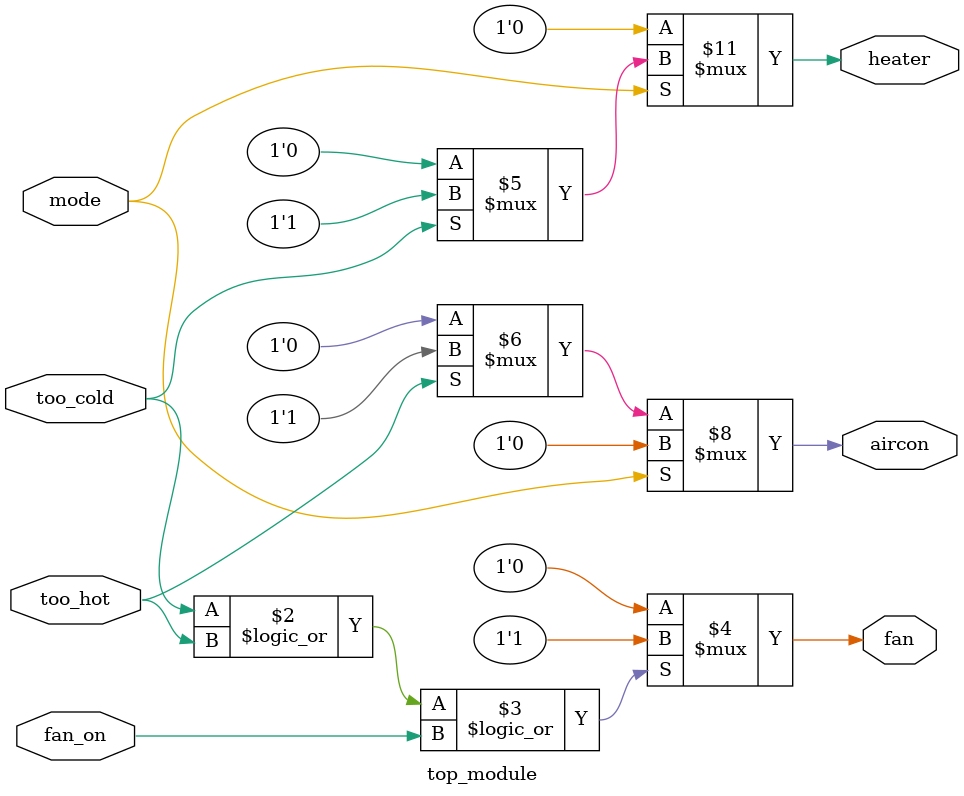
<source format=sv>
module top_module(
    input mode,
    input too_cold,
    input too_hot,
    input fan_on,
    output heater,
    output aircon,
    output fan
);

    always@(mode, too_cold, too_hot, fan_on) begin
        fan = (too_cold || too_hot || fan_on) ? 1'b1 : 1'b0;
        
        if(mode) begin
            heater = (too_cold) ? 1'b1 : 1'b0;
            aircon = 1'b0;
        end else begin
            heater = 1'b0;
            aircon = (too_hot) ? 1'b1 : 1'b0;
        end
    end

endmodule

</source>
